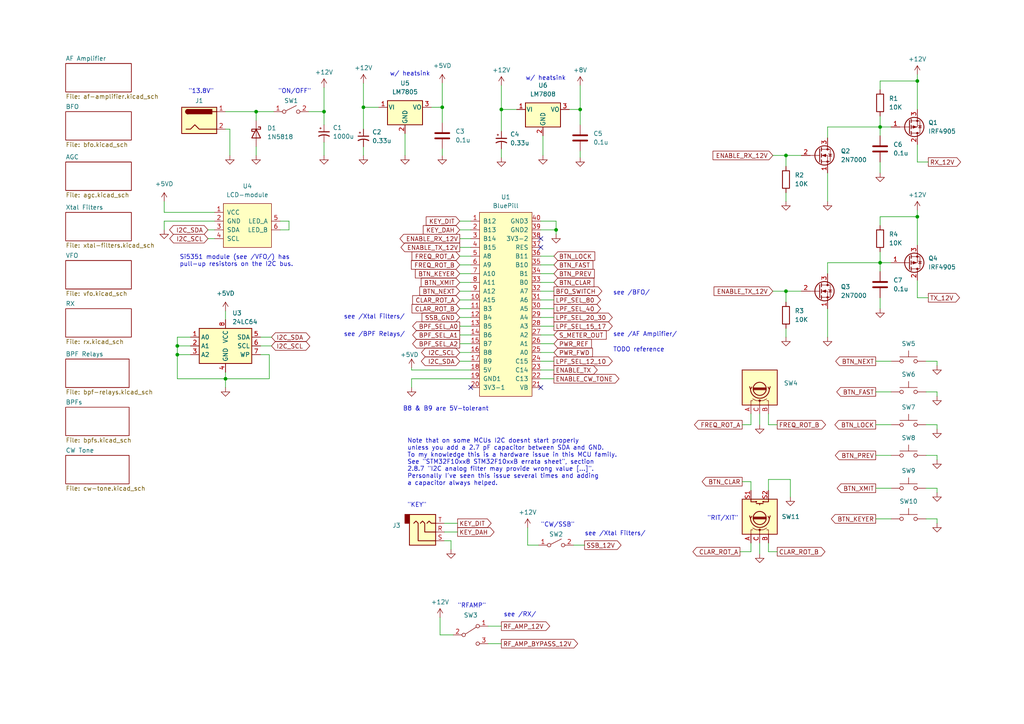
<source format=kicad_sch>
(kicad_sch (version 20230121) (generator eeschema)
  (paper "A4")
  (lib_symbols
    (symbol "Connector:Barrel_Jack" (pin_names (offset 1.016))
      (property "Reference" "J" (at 0 5.334 0))
      (property "Value" "Barrel_Jack" (at 0 -5.08 0))
      (symbol "Barrel_Jack_0_1"
        (rectangle (start -5.08 3.81) (end 5.08 -3.81) (stroke (width 0.254)) (fill (type background)))
        (arc (start -3.302 3.175) (mid -3.9343 2.54) (end -3.302 1.905) (stroke (width 0.254)))
        (arc (start -3.302 3.175) (mid -3.9343 2.54) (end -3.302 1.905) (stroke (width 0.254)) (fill (type outline)))
        (polyline (pts (xy 5.08 2.54) (xy 3.81 2.54)) (stroke (width 0.254)))
        (polyline (pts (xy -3.81 -2.54) (xy -2.54 -2.54) (xy -1.27 -1.27) (xy 0 -2.54) (xy 2.54 -2.54) (xy 5.08 -2.54)) (stroke (width 0.254)))
        (rectangle (start 3.683 3.175) (end -3.302 1.905) (stroke (width 0.254)) (fill (type outline)))
      )
      (symbol "Barrel_Jack_1_1"
        (pin passive line (at 7.62 2.54 180) (length 2.54) (name "~") (number "1"))
        (pin passive line (at 7.62 -2.54 180) (length 2.54) (name "~") (number "2"))
      )
    )
    (symbol "Connector_Audio:AudioJack3"
      (property "Reference" "J" (at 0 8.89 0))
      (property "Value" "AudioJack3" (at 0 6.35 0))
      (symbol "AudioJack3_0_1"
        (rectangle (start -5.08 -5.08) (end -6.35 -2.54) (stroke (width 0.254)) (fill (type outline)))
        (polyline (pts (xy 0 -2.54) (xy 0.635 -3.175) (xy 1.27 -2.54) (xy 2.54 -2.54)) (stroke (width 0.254)))
        (polyline (pts (xy -1.905 -2.54) (xy -1.27 -3.175) (xy -0.635 -2.54) (xy -0.635 0) (xy 2.54 0)) (stroke (width 0.254)))
        (polyline (pts (xy 2.54 2.54) (xy -2.54 2.54) (xy -2.54 -2.54) (xy -3.175 -3.175) (xy -3.81 -2.54)) (stroke (width 0.254)))
        (rectangle (start 2.54 3.81) (end -5.08 -5.08) (stroke (width 0.254)) (fill (type background)))
      )
      (symbol "AudioJack3_1_1"
        (pin passive line (at 5.08 0 180) (length 2.54) (name "~") (number "R"))
        (pin passive line (at 5.08 2.54 180) (length 2.54) (name "~") (number "S"))
        (pin passive line (at 5.08 -2.54 180) (length 2.54) (name "~") (number "T"))
      )
    )
    (symbol "Device:C" (pin_numbers hide) (pin_names (offset 0.254))
      (property "Reference" "C" (at 0.635 2.54 0))
      (property "Value" "C" (at 0.635 -2.54 0))
      (symbol "C_0_1"
        (polyline (pts (xy -2.032 -0.762) (xy 2.032 -0.762)) (stroke (width 0.508)))
        (polyline (pts (xy -2.032 0.762) (xy 2.032 0.762)) (stroke (width 0.508)))
      )
      (symbol "C_1_1"
        (pin passive line (at 0 3.81 270) (length 2.794) (name "~") (number "1"))
        (pin passive line (at 0 -3.81 90) (length 2.794) (name "~") (number "2"))
      )
    )
    (symbol "Device:C_Polarized_Small_US" (pin_numbers hide) (pin_names (offset 0.254) hide)
      (property "Reference" "C" (at 0.254 1.778 0))
      (property "Value" "C_Polarized_Small_US" (at 0.254 -2.032 0))
      (symbol "C_Polarized_Small_US_0_1"
        (polyline (pts (xy -1.524 0.508) (xy 1.524 0.508)) (stroke (width 0.3048)))
        (polyline (pts (xy -1.27 1.524) (xy -0.762 1.524)))
        (polyline (pts (xy -1.016 1.27) (xy -1.016 1.778)))
        (arc (start 1.524 -0.762) (mid 0 -0.3734) (end -1.524 -0.762) (stroke (width 0.3048)))
      )
      (symbol "C_Polarized_Small_US_1_1"
        (pin passive line (at 0 2.54 270) (length 2.032) (name "~") (number "1"))
        (pin passive line (at 0 -2.54 90) (length 2.032) (name "~") (number "2"))
      )
    )
    (symbol "Device:R" (pin_numbers hide) (pin_names (offset 0))
      (property "Reference" "R" (at 2.032 0 90))
      (property "Value" "R" (at 0 0 90))
      (symbol "R_0_1"
        (rectangle (start -1.016 -2.54) (end 1.016 2.54) (stroke (width 0.254)))
      )
      (symbol "R_1_1"
        (pin passive line (at 0 3.81 270) (length 1.27) (name "~") (number "1"))
        (pin passive line (at 0 -3.81 90) (length 1.27) (name "~") (number "2"))
      )
    )
    (symbol "Device:RotaryEncoder" (pin_names (offset 0.254) hide)
      (property "Reference" "SW" (at 0 6.604 0))
      (property "Value" "RotaryEncoder" (at 0 -6.604 0))
      (symbol "RotaryEncoder_0_1"
        (rectangle (start -5.08 5.08) (end 5.08 -5.08) (stroke (width 0.254)) (fill (type background)))
        (circle (center -3.81 0) (radius 0.254) (fill (type outline)))
        (circle (center -0.381 0) (radius 1.905) (stroke (width 0.254)))
        (arc (start -0.381 2.667) (mid -3.0988 -0.0635) (end -0.381 -2.794) (stroke (width 0.254)))
        (polyline (pts (xy -0.635 -1.778) (xy -0.635 1.778)) (stroke (width 0.254)))
        (polyline (pts (xy -0.381 -1.778) (xy -0.381 1.778)) (stroke (width 0.254)))
        (polyline (pts (xy -0.127 1.778) (xy -0.127 -1.778)) (stroke (width 0.254)))
        (polyline (pts (xy -5.08 -2.54) (xy -3.81 -2.54) (xy -3.81 -2.032)))
        (polyline (pts (xy -5.08 2.54) (xy -3.81 2.54) (xy -3.81 2.032)))
        (polyline (pts (xy 0.254 -3.048) (xy -0.508 -2.794) (xy 0.127 -2.413)) (stroke (width 0.254)))
        (polyline (pts (xy 0.254 2.921) (xy -0.508 2.667) (xy 0.127 2.286)) (stroke (width 0.254)))
        (polyline (pts (xy -5.08 0) (xy -3.81 0) (xy -3.81 -1.016) (xy -3.302 -2.032)))
        (polyline (pts (xy -4.318 0) (xy -3.81 0) (xy -3.81 1.016) (xy -3.302 2.032)))
      )
      (symbol "RotaryEncoder_1_1"
        (pin passive line (at -7.62 2.54 0) (length 2.54) (name "A") (number "A"))
        (pin passive line (at -7.62 -2.54 0) (length 2.54) (name "B") (number "B"))
        (pin passive line (at -7.62 0 0) (length 2.54) (name "C") (number "C"))
      )
    )
    (symbol "Device:RotaryEncoder_Switch" (pin_names (offset 0.254) hide)
      (property "Reference" "SW" (at 0 6.604 0))
      (property "Value" "RotaryEncoder_Switch" (at 0 -6.604 0))
      (symbol "RotaryEncoder_Switch_0_1"
        (rectangle (start -5.08 5.08) (end 5.08 -5.08) (stroke (width 0.254)) (fill (type background)))
        (circle (center -3.81 0) (radius 0.254) (fill (type outline)))
        (circle (center -0.381 0) (radius 1.905) (stroke (width 0.254)))
        (arc (start -0.381 2.667) (mid -3.0988 -0.0635) (end -0.381 -2.794) (stroke (width 0.254)))
        (polyline (pts (xy -0.635 -1.778) (xy -0.635 1.778)) (stroke (width 0.254)))
        (polyline (pts (xy -0.381 -1.778) (xy -0.381 1.778)) (stroke (width 0.254)))
        (polyline (pts (xy -0.127 1.778) (xy -0.127 -1.778)) (stroke (width 0.254)))
        (polyline (pts (xy 3.81 0) (xy 3.429 0)) (stroke (width 0.254)))
        (polyline (pts (xy 3.81 1.016) (xy 3.81 -1.016)) (stroke (width 0.254)))
        (polyline (pts (xy -5.08 -2.54) (xy -3.81 -2.54) (xy -3.81 -2.032)))
        (polyline (pts (xy -5.08 2.54) (xy -3.81 2.54) (xy -3.81 2.032)))
        (polyline (pts (xy 0.254 -3.048) (xy -0.508 -2.794) (xy 0.127 -2.413)) (stroke (width 0.254)))
        (polyline (pts (xy 0.254 2.921) (xy -0.508 2.667) (xy 0.127 2.286)) (stroke (width 0.254)))
        (polyline (pts (xy 5.08 -2.54) (xy 4.318 -2.54) (xy 4.318 -1.016)) (stroke (width 0.254)))
        (polyline (pts (xy 5.08 2.54) (xy 4.318 2.54) (xy 4.318 1.016)) (stroke (width 0.254)))
        (polyline (pts (xy -5.08 0) (xy -3.81 0) (xy -3.81 -1.016) (xy -3.302 -2.032)))
        (polyline (pts (xy -4.318 0) (xy -3.81 0) (xy -3.81 1.016) (xy -3.302 2.032)))
        (circle (center 4.318 -1.016) (radius 0.127) (stroke (width 0.254)))
        (circle (center 4.318 1.016) (radius 0.127) (stroke (width 0.254)))
      )
      (symbol "RotaryEncoder_Switch_1_1"
        (pin passive line (at -7.62 2.54 0) (length 2.54) (name "A") (number "A"))
        (pin passive line (at -7.62 -2.54 0) (length 2.54) (name "B") (number "B"))
        (pin passive line (at -7.62 0 0) (length 2.54) (name "C") (number "C"))
        (pin passive line (at 7.62 2.54 180) (length 2.54) (name "S1") (number "S1"))
        (pin passive line (at 7.62 -2.54 180) (length 2.54) (name "S2") (number "S2"))
      )
    )
    (symbol "Diode:1N5818" (pin_numbers hide) (pin_names (offset 1.016) hide)
      (property "Reference" "D" (at 0 2.54 0))
      (property "Value" "1N5818" (at 0 -2.54 0))
      (symbol "1N5818_0_1"
        (polyline (pts (xy 1.27 0) (xy -1.27 0)))
        (polyline (pts (xy 1.27 1.27) (xy 1.27 -1.27) (xy -1.27 0) (xy 1.27 1.27)) (stroke (width 0.254)))
        (polyline (pts (xy -1.905 0.635) (xy -1.905 1.27) (xy -1.27 1.27) (xy -1.27 -1.27) (xy -0.635 -1.27) (xy -0.635 -0.635)) (stroke (width 0.254)))
      )
      (symbol "1N5818_1_1"
        (pin passive line (at -3.81 0 0) (length 2.54) (name "K") (number "1"))
        (pin passive line (at 3.81 0 180) (length 2.54) (name "A") (number "2"))
      )
    )
    (symbol "Memory_EEPROM:24LC64"
      (property "Reference" "U" (at -6.35 6.35 0))
      (property "Value" "24LC64" (at 1.27 6.35 0))
      (symbol "24LC64_1_1"
        (rectangle (start -7.62 5.08) (end 7.62 -5.08) (stroke (width 0.254)) (fill (type background)))
        (pin input line (at -10.16 2.54 0) (length 2.54) (name "A0") (number "1"))
        (pin input line (at -10.16 0 0) (length 2.54) (name "A1") (number "2"))
        (pin input line (at -10.16 -2.54 0) (length 2.54) (name "A2") (number "3"))
        (pin power_in line (at 0 -7.62 90) (length 2.54) (name "GND") (number "4"))
        (pin bidirectional line (at 10.16 2.54 180) (length 2.54) (name "SDA") (number "5"))
        (pin input line (at 10.16 0 180) (length 2.54) (name "SCL") (number "6"))
        (pin input line (at 10.16 -2.54 180) (length 2.54) (name "WP") (number "7"))
        (pin power_in line (at 0 7.62 270) (length 2.54) (name "VCC") (number "8"))
      )
    )
    (symbol "My Library:BluePill" (pin_names (offset 1.016))
      (property "Reference" "U" (at 0 0 0))
      (property "Value" "BluePill" (at 0 2.54 0))
      (symbol "BluePill_0_1"
        (rectangle (start -7.62 -5.08) (end 7.62 -58.42) (fill (type background)))
      )
      (symbol "BluePill_1_1"
        (pin bidirectional line (at -10.16 -7.62 0) (length 2.54) (name "B12") (number "1"))
        (pin bidirectional line (at -10.16 -30.48 0) (length 2.54) (name "A15") (number "10"))
        (pin bidirectional line (at -10.16 -33.02 0) (length 2.54) (name "B3") (number "11"))
        (pin bidirectional line (at -10.16 -35.56 0) (length 2.54) (name "B4") (number "12"))
        (pin bidirectional line (at -10.16 -38.1 0) (length 2.54) (name "B5") (number "13"))
        (pin bidirectional line (at -10.16 -40.64 0) (length 2.54) (name "B6") (number "14"))
        (pin bidirectional line (at -10.16 -43.18 0) (length 2.54) (name "B7") (number "15"))
        (pin bidirectional line (at -10.16 -45.72 0) (length 2.54) (name "B8") (number "16"))
        (pin bidirectional line (at -10.16 -48.26 0) (length 2.54) (name "B9") (number "17"))
        (pin power_in line (at -10.16 -50.8 0) (length 2.54) (name "5V") (number "18"))
        (pin power_in line (at -10.16 -53.34 0) (length 2.54) (name "GND1") (number "19"))
        (pin bidirectional line (at -10.16 -10.16 0) (length 2.54) (name "B13") (number "2"))
        (pin output line (at -10.16 -55.88 0) (length 2.54) (name "3V3-1") (number "20"))
        (pin bidirectional line (at 10.16 -55.88 180) (length 2.54) (name "VB") (number "21"))
        (pin bidirectional line (at 10.16 -53.34 180) (length 2.54) (name "C13") (number "22"))
        (pin bidirectional line (at 10.16 -50.8 180) (length 2.54) (name "C14") (number "23"))
        (pin bidirectional line (at 10.16 -48.26 180) (length 2.54) (name "C15") (number "24"))
        (pin bidirectional line (at 10.16 -45.72 180) (length 2.54) (name "A0") (number "25"))
        (pin bidirectional line (at 10.16 -43.18 180) (length 2.54) (name "A1") (number "26"))
        (pin bidirectional line (at 10.16 -40.64 180) (length 2.54) (name "A2") (number "27"))
        (pin bidirectional line (at 10.16 -38.1 180) (length 2.54) (name "A3") (number "28"))
        (pin bidirectional line (at 10.16 -35.56 180) (length 2.54) (name "A4") (number "29"))
        (pin bidirectional line (at -10.16 -12.7 0) (length 2.54) (name "B14") (number "3"))
        (pin bidirectional line (at 10.16 -33.02 180) (length 2.54) (name "A5") (number "30"))
        (pin bidirectional line (at 10.16 -30.48 180) (length 2.54) (name "A6") (number "31"))
        (pin bidirectional line (at 10.16 -27.94 180) (length 2.54) (name "A7") (number "32"))
        (pin bidirectional line (at 10.16 -25.4 180) (length 2.54) (name "B0") (number "33"))
        (pin bidirectional line (at 10.16 -22.86 180) (length 2.54) (name "B1") (number "34"))
        (pin bidirectional line (at 10.16 -20.32 180) (length 2.54) (name "B10") (number "35"))
        (pin bidirectional line (at 10.16 -17.78 180) (length 2.54) (name "B11") (number "36"))
        (pin bidirectional line (at 10.16 -15.24 180) (length 2.54) (name "RES") (number "37"))
        (pin power_out line (at 10.16 -12.7 180) (length 2.54) (name "3V3-2") (number "38"))
        (pin power_in line (at 10.16 -10.16 180) (length 2.54) (name "GND2") (number "39"))
        (pin bidirectional line (at -10.16 -15.24 0) (length 2.54) (name "B15") (number "4"))
        (pin power_in line (at 10.16 -7.62 180) (length 2.54) (name "GND3") (number "40"))
        (pin bidirectional line (at -10.16 -17.78 0) (length 2.54) (name "A8") (number "5"))
        (pin bidirectional line (at -10.16 -20.32 0) (length 2.54) (name "A9") (number "6"))
        (pin bidirectional line (at -10.16 -22.86 0) (length 2.54) (name "A10") (number "7"))
        (pin bidirectional line (at -10.16 -25.4 0) (length 2.54) (name "A11") (number "8"))
        (pin bidirectional line (at -10.16 -27.94 0) (length 2.54) (name "A12") (number "9"))
      )
    )
    (symbol "My Library:LCD-module" (pin_names (offset 1.016))
      (property "Reference" "U" (at 0 0 0))
      (property "Value" "LCD-module" (at 0 2.54 0))
      (symbol "LCD-module_0_1"
        (rectangle (start -6.35 -1.27) (end 7.62 -13.97) (fill (type background)))
      )
      (symbol "LCD-module_1_1"
        (pin power_in line (at -8.89 -3.81 0) (length 2.54) (name "VCC") (number "1"))
        (pin power_in line (at -8.89 -6.35 0) (length 2.54) (name "GND") (number "2"))
        (pin bidirectional line (at -8.89 -8.89 0) (length 2.54) (name "SDA") (number "3"))
        (pin bidirectional line (at -8.89 -11.43 0) (length 2.54) (name "SCL") (number "4"))
        (pin bidirectional line (at 10.16 -6.35 180) (length 2.54) (name "LED_A") (number "5"))
        (pin bidirectional line (at 10.16 -8.89 180) (length 2.54) (name "LED_B") (number "6"))
      )
    )
    (symbol "Regulator_Linear:LM7805_TO220" (pin_names (offset 0.254))
      (property "Reference" "U" (at -3.81 3.175 0))
      (property "Value" "LM7805_TO220" (at 0 3.175 0))
      (symbol "LM7805_TO220_0_1"
        (rectangle (start -5.08 1.905) (end 5.08 -5.08) (stroke (width 0.254)) (fill (type background)))
      )
      (symbol "LM7805_TO220_1_1"
        (pin power_in line (at -7.62 0 0) (length 2.54) (name "VI") (number "1"))
        (pin power_in line (at 0 -7.62 90) (length 2.54) (name "GND") (number "2"))
        (pin power_out line (at 7.62 0 180) (length 2.54) (name "VO") (number "3"))
      )
    )
    (symbol "Regulator_Linear:LM7808_TO220" (pin_names (offset 0.254))
      (property "Reference" "U" (at -3.81 3.175 0))
      (property "Value" "LM7808_TO220" (at 0 3.175 0))
      (symbol "LM7808_TO220_0_1"
        (rectangle (start -5.08 1.905) (end 5.08 -5.08) (stroke (width 0.254)) (fill (type background)))
      )
      (symbol "LM7808_TO220_1_1"
        (pin power_in line (at -7.62 0 0) (length 2.54) (name "VI") (number "1"))
        (pin power_in line (at 0 -7.62 90) (length 2.54) (name "GND") (number "2"))
        (pin power_out line (at 7.62 0 180) (length 2.54) (name "VO") (number "3"))
      )
    )
    (symbol "Switch:SW_Push" (pin_numbers hide) (pin_names (offset 1.016) hide)
      (property "Reference" "SW" (at 1.27 2.54 0))
      (property "Value" "SW_Push" (at 0 -1.524 0))
      (symbol "SW_Push_0_1"
        (circle (center -2.032 0) (radius 0.508))
        (polyline (pts (xy 0 1.27) (xy 0 3.048)))
        (polyline (pts (xy 2.54 1.27) (xy -2.54 1.27)))
        (circle (center 2.032 0) (radius 0.508))
        (pin passive line (at -5.08 0 0) (length 2.54) (name "1") (number "1"))
        (pin passive line (at 5.08 0 180) (length 2.54) (name "2") (number "2"))
      )
    )
    (symbol "Switch:SW_SPDT" (pin_names (offset 0) hide)
      (property "Reference" "SW" (at 0 4.318 0))
      (property "Value" "SW_SPDT" (at 0 -5.08 0))
      (symbol "SW_SPDT_0_0"
        (circle (center -2.032 0) (radius 0.508))
        (circle (center 2.032 -2.54) (radius 0.508))
      )
      (symbol "SW_SPDT_0_1"
        (polyline (pts (xy -1.524 0.254) (xy 1.651 2.286)))
        (circle (center 2.032 2.54) (radius 0.508))
      )
      (symbol "SW_SPDT_1_1"
        (pin passive line (at 5.08 2.54 180) (length 2.54) (name "A") (number "1"))
        (pin passive line (at -5.08 0 0) (length 2.54) (name "B") (number "2"))
        (pin passive line (at 5.08 -2.54 180) (length 2.54) (name "C") (number "3"))
      )
    )
    (symbol "Switch:SW_SPST" (pin_names (offset 0) hide)
      (property "Reference" "SW" (at 0 3.175 0))
      (property "Value" "SW_SPST" (at 0 -2.54 0))
      (symbol "SW_SPST_0_0"
        (circle (center -2.032 0) (radius 0.508))
        (polyline (pts (xy -1.524 0.254) (xy 1.524 1.778)))
        (circle (center 2.032 0) (radius 0.508))
      )
      (symbol "SW_SPST_1_1"
        (pin passive line (at -5.08 0 0) (length 2.54) (name "A") (number "1"))
        (pin passive line (at 5.08 0 180) (length 2.54) (name "B") (number "2"))
      )
    )
    (symbol "Transistor_FET:2N7000" (pin_names hide)
      (property "Reference" "Q" (at 5.08 1.905 0))
      (property "Value" "2N7000" (at 5.08 0 0))
      (symbol "2N7000_0_1"
        (polyline (pts (xy 0.254 0) (xy -2.54 0)))
        (polyline (pts (xy 0.254 1.905) (xy 0.254 -1.905)) (stroke (width 0.254)))
        (polyline (pts (xy 0.762 -1.27) (xy 0.762 -2.286)) (stroke (width 0.254)))
        (polyline (pts (xy 0.762 0.508) (xy 0.762 -0.508)) (stroke (width 0.254)))
        (polyline (pts (xy 0.762 2.286) (xy 0.762 1.27)) (stroke (width 0.254)))
        (polyline (pts (xy 2.54 2.54) (xy 2.54 1.778)))
        (polyline (pts (xy 2.54 -2.54) (xy 2.54 0) (xy 0.762 0)))
        (polyline (pts (xy 0.762 -1.778) (xy 3.302 -1.778) (xy 3.302 1.778) (xy 0.762 1.778)))
        (polyline (pts (xy 1.016 0) (xy 2.032 0.381) (xy 2.032 -0.381) (xy 1.016 0)) (fill (type outline)))
        (polyline (pts (xy 2.794 0.508) (xy 2.921 0.381) (xy 3.683 0.381) (xy 3.81 0.254)))
        (polyline (pts (xy 3.302 0.381) (xy 2.921 -0.254) (xy 3.683 -0.254) (xy 3.302 0.381)))
        (circle (center 1.651 0) (radius 2.794) (stroke (width 0.254)))
        (circle (center 2.54 -1.778) (radius 0.254) (fill (type outline)))
        (circle (center 2.54 1.778) (radius 0.254) (fill (type outline)))
      )
      (symbol "2N7000_1_1"
        (pin passive line (at 2.54 -5.08 90) (length 2.54) (name "S") (number "1"))
        (pin input line (at -5.08 0 0) (length 2.54) (name "G") (number "2"))
        (pin passive line (at 2.54 5.08 270) (length 2.54) (name "D") (number "3"))
      )
    )
    (symbol "Transistor_FET:IRF4905" (pin_names hide)
      (property "Reference" "Q" (at 5.08 1.905 0))
      (property "Value" "IRF4905" (at 5.08 0 0))
      (symbol "IRF4905_0_1"
        (polyline (pts (xy 0.254 0) (xy -2.54 0)))
        (polyline (pts (xy 0.254 1.905) (xy 0.254 -1.905)) (stroke (width 0.254)))
        (polyline (pts (xy 0.762 -1.27) (xy 0.762 -2.286)) (stroke (width 0.254)))
        (polyline (pts (xy 0.762 0.508) (xy 0.762 -0.508)) (stroke (width 0.254)))
        (polyline (pts (xy 0.762 2.286) (xy 0.762 1.27)) (stroke (width 0.254)))
        (polyline (pts (xy 2.54 2.54) (xy 2.54 1.778)))
        (polyline (pts (xy 2.54 -2.54) (xy 2.54 0) (xy 0.762 0)))
        (polyline (pts (xy 0.762 1.778) (xy 3.302 1.778) (xy 3.302 -1.778) (xy 0.762 -1.778)))
        (polyline (pts (xy 2.286 0) (xy 1.27 0.381) (xy 1.27 -0.381) (xy 2.286 0)) (fill (type outline)))
        (polyline (pts (xy 2.794 -0.508) (xy 2.921 -0.381) (xy 3.683 -0.381) (xy 3.81 -0.254)))
        (polyline (pts (xy 3.302 -0.381) (xy 2.921 0.254) (xy 3.683 0.254) (xy 3.302 -0.381)))
        (circle (center 1.651 0) (radius 2.794) (stroke (width 0.254)))
        (circle (center 2.54 -1.778) (radius 0.254) (fill (type outline)))
        (circle (center 2.54 1.778) (radius 0.254) (fill (type outline)))
      )
      (symbol "IRF4905_1_1"
        (pin input line (at -5.08 0 0) (length 2.54) (name "G") (number "1"))
        (pin passive line (at 2.54 5.08 270) (length 2.54) (name "D") (number "2"))
        (pin passive line (at 2.54 -5.08 90) (length 2.54) (name "S") (number "3"))
      )
    )
    (symbol "power:+12V" (power) (pin_names (offset 0))
      (property "Value" "+12V" (at 0 3.556 0))
      (symbol "+12V_0_1"
        (polyline (pts (xy -0.762 1.27) (xy 0 2.54)))
        (polyline (pts (xy 0 0) (xy 0 2.54)))
        (polyline (pts (xy 0 2.54) (xy 0.762 1.27)))
      )
      (symbol "+12V_1_1"
        (pin power_in line (at 0 0 90) (length 0) hide (name "+12V") (number "1"))
      )
    )
    (symbol "power:+5VD" (power) (pin_names (offset 0))
      (property "Value" "+5VD" (at 0 3.556 0))
      (symbol "+5VD_0_1"
        (polyline (pts (xy -0.762 1.27) (xy 0 2.54)))
        (polyline (pts (xy 0 0) (xy 0 2.54)))
        (polyline (pts (xy 0 2.54) (xy 0.762 1.27)))
      )
      (symbol "+5VD_1_1"
        (pin power_in line (at 0 0 90) (length 0) hide (name "+5VD") (number "1"))
      )
    )
    (symbol "power:+8V" (power) (pin_names (offset 0))
      (property "Value" "+8V" (at 0 3.556 0))
      (symbol "+8V_0_1"
        (polyline (pts (xy -0.762 1.27) (xy 0 2.54)))
        (polyline (pts (xy 0 0) (xy 0 2.54)))
        (polyline (pts (xy 0 2.54) (xy 0.762 1.27)))
      )
      (symbol "+8V_1_1"
        (pin power_in line (at 0 0 90) (length 0) hide (name "+8V") (number "1"))
      )
    )
    (symbol "power:GND" (power) (pin_names (offset 0))
      (property "Value" "GND" (at 0 -3.81 0))
      (symbol "GND_0_1"
        (polyline (pts (xy 0 0) (xy 0 -1.27) (xy 1.27 -1.27) (xy 0 -2.54) (xy -1.27 -1.27) (xy 0 -1.27)))
      )
      (symbol "GND_1_1"
        (pin power_in line (at 0 0 270) (length 0) hide (name "GND") (number "1"))
      )
    )
  )
  (junction (at 255.27 36.83))
  (junction (at 51.435 102.87))
  (junction (at 161.29 66.675))
  (junction (at 266.065 62.865))
  (junction (at 168.275 31.75))
  (junction (at 74.295 32.385))
  (junction (at 255.27 76.2))
  (junction (at 128.27 31.115))
  (junction (at 227.965 45.085))
  (junction (at 65.405 109.855))
  (junction (at 51.435 100.33))
  (junction (at 93.98 32.385))
  (junction (at 227.965 84.455))
  (junction (at 105.41 31.115))
  (junction (at 266.065 23.495))
  (junction (at 145.415 31.75))
  (no_connect (at 156.845 71.755))
  (no_connect (at 156.845 69.215))
  (no_connect (at 136.525 112.395))
  (no_connect (at 156.845 112.395))
  (wire (pts (xy 227.965 48.26) (xy 227.965 45.085)))
  (wire (pts (xy 268.605 132.08) (xy 271.78 132.08)))
  (wire (pts (xy 224.155 84.455) (xy 227.965 84.455)))
  (wire (pts (xy 93.98 32.385) (xy 93.98 36.195)))
  (wire (pts (xy 133.35 81.915) (xy 136.525 81.915)))
  (wire (pts (xy 255.27 36.83) (xy 258.445 36.83)))
  (wire (pts (xy 156.845 104.775) (xy 160.655 104.775)))
  (wire (pts (xy 51.435 102.87) (xy 55.245 102.87)))
  (wire (pts (xy 133.35 84.455) (xy 136.525 84.455)))
  (wire (pts (xy 128.27 31.115) (xy 128.27 35.56)))
  (wire (pts (xy 240.03 79.375) (xy 240.03 76.2)))
  (wire (pts (xy 65.405 109.855) (xy 65.405 112.395)))
  (wire (pts (xy 156.845 99.695) (xy 160.655 99.695)))
  (wire (pts (xy 161.29 64.135) (xy 156.845 64.135)))
  (wire (pts (xy 156.845 102.235) (xy 160.655 102.235)))
  (wire (pts (xy 225.425 123.19) (xy 222.885 123.19)))
  (wire (pts (xy 214.63 160.02) (xy 217.805 160.02)))
  (wire (pts (xy 65.405 109.855) (xy 51.435 109.855)))
  (wire (pts (xy 145.415 43.18) (xy 145.415 45.72)))
  (wire (pts (xy 240.03 76.2) (xy 255.27 76.2)))
  (wire (pts (xy 89.535 32.385) (xy 93.98 32.385)))
  (wire (pts (xy 156.845 109.855) (xy 160.655 109.855)))
  (wire (pts (xy 145.415 31.75) (xy 149.86 31.75)))
  (wire (pts (xy 133.35 64.135) (xy 136.525 64.135)))
  (wire (pts (xy 255.27 65.405) (xy 255.27 62.865)))
  (wire (pts (xy 145.415 24.765) (xy 145.415 31.75)))
  (wire (pts (xy 66.675 45.085) (xy 66.675 37.465)))
  (wire (pts (xy 217.805 123.19) (xy 217.805 120.015)))
  (wire (pts (xy 128.905 151.765) (xy 132.715 151.765)))
  (wire (pts (xy 105.41 31.115) (xy 109.855 31.115)))
  (wire (pts (xy 119.38 109.855) (xy 136.525 109.855)))
  (wire (pts (xy 271.78 132.08) (xy 271.78 133.35)))
  (wire (pts (xy 65.405 32.385) (xy 74.295 32.385)))
  (wire (pts (xy 74.295 32.385) (xy 74.295 34.925)))
  (wire (pts (xy 271.78 150.495) (xy 271.78 151.765)))
  (wire (pts (xy 156.845 81.915) (xy 160.655 81.915)))
  (wire (pts (xy 47.625 58.42) (xy 47.625 61.595)))
  (wire (pts (xy 271.78 123.19) (xy 271.78 124.46)))
  (wire (pts (xy 153.035 158.115) (xy 153.035 153.035)))
  (wire (pts (xy 130.81 159.385) (xy 130.81 156.845)))
  (wire (pts (xy 105.41 42.545) (xy 105.41 45.085)))
  (wire (pts (xy 255.27 26.035) (xy 255.27 23.495)))
  (wire (pts (xy 255.27 33.655) (xy 255.27 36.83)))
  (wire (pts (xy 130.81 156.845) (xy 128.905 156.845)))
  (wire (pts (xy 156.845 79.375) (xy 160.655 79.375)))
  (wire (pts (xy 227.965 45.085) (xy 232.41 45.085)))
  (wire (pts (xy 133.35 76.835) (xy 136.525 76.835)))
  (wire (pts (xy 133.35 71.755) (xy 136.525 71.755)))
  (wire (pts (xy 266.065 86.36) (xy 269.24 86.36)))
  (wire (pts (xy 217.805 160.02) (xy 217.805 157.48)))
  (wire (pts (xy 60.325 66.675) (xy 62.23 66.675)))
  (wire (pts (xy 78.105 102.87) (xy 75.565 102.87)))
  (wire (pts (xy 240.03 50.165) (xy 240.03 58.42)))
  (wire (pts (xy 255.27 62.865) (xy 266.065 62.865)))
  (wire (pts (xy 266.065 62.865) (xy 266.065 71.12)))
  (wire (pts (xy 47.625 64.135) (xy 62.23 64.135)))
  (wire (pts (xy 268.605 104.775) (xy 271.78 104.775)))
  (wire (pts (xy 119.38 106.68) (xy 119.38 107.315)))
  (wire (pts (xy 65.405 109.855) (xy 78.105 109.855)))
  (wire (pts (xy 268.605 141.605) (xy 271.78 141.605)))
  (wire (pts (xy 47.625 66.675) (xy 47.625 64.135)))
  (wire (pts (xy 51.435 100.33) (xy 51.435 97.79)))
  (wire (pts (xy 254 104.775) (xy 258.445 104.775)))
  (wire (pts (xy 128.27 31.115) (xy 128.27 24.13)))
  (wire (pts (xy 222.885 139.065) (xy 229.235 139.065)))
  (wire (pts (xy 51.435 102.87) (xy 51.435 100.33)))
  (wire (pts (xy 156.845 74.295) (xy 160.655 74.295)))
  (wire (pts (xy 166.37 158.115) (xy 169.545 158.115)))
  (wire (pts (xy 133.35 69.215) (xy 136.525 69.215)))
  (wire (pts (xy 266.065 21.59) (xy 266.065 23.495)))
  (wire (pts (xy 271.78 141.605) (xy 271.78 142.875)))
  (wire (pts (xy 141.605 186.69) (xy 145.415 186.69)))
  (wire (pts (xy 266.065 23.495) (xy 266.065 31.75)))
  (wire (pts (xy 133.35 74.295) (xy 136.525 74.295)))
  (wire (pts (xy 75.565 100.33) (xy 78.74 100.33)))
  (wire (pts (xy 47.625 61.595) (xy 62.23 61.595)))
  (wire (pts (xy 133.35 104.775) (xy 136.525 104.775)))
  (wire (pts (xy 105.41 24.13) (xy 105.41 31.115)))
  (wire (pts (xy 133.35 102.235) (xy 136.525 102.235)))
  (wire (pts (xy 271.78 104.775) (xy 271.78 106.045)))
  (wire (pts (xy 271.78 113.665) (xy 271.78 114.935)))
  (wire (pts (xy 75.565 97.79) (xy 78.74 97.79)))
  (wire (pts (xy 156.845 97.155) (xy 160.655 97.155)))
  (wire (pts (xy 74.295 42.545) (xy 74.295 45.085)))
  (wire (pts (xy 215.265 139.7) (xy 217.805 139.7)))
  (wire (pts (xy 156.845 66.675) (xy 161.29 66.675)))
  (wire (pts (xy 127.635 184.15) (xy 131.445 184.15)))
  (wire (pts (xy 81.28 64.135) (xy 83.82 64.135)))
  (wire (pts (xy 222.885 123.19) (xy 222.885 120.015)))
  (wire (pts (xy 65.405 90.17) (xy 65.405 92.71)))
  (wire (pts (xy 133.35 94.615) (xy 136.525 94.615)))
  (wire (pts (xy 133.35 97.155) (xy 136.525 97.155)))
  (wire (pts (xy 217.805 139.7) (xy 217.805 142.24)))
  (wire (pts (xy 254 132.08) (xy 258.445 132.08)))
  (wire (pts (xy 165.1 31.75) (xy 168.275 31.75)))
  (wire (pts (xy 83.82 64.135) (xy 83.82 66.675)))
  (wire (pts (xy 133.35 92.075) (xy 136.525 92.075)))
  (wire (pts (xy 255.27 76.2) (xy 258.445 76.2)))
  (wire (pts (xy 266.065 46.99) (xy 269.24 46.99)))
  (wire (pts (xy 145.415 31.75) (xy 145.415 38.1)))
  (wire (pts (xy 254 150.495) (xy 258.445 150.495)))
  (wire (pts (xy 254 113.665) (xy 258.445 113.665)))
  (wire (pts (xy 157.48 39.37) (xy 157.48 45.085)))
  (wire (pts (xy 74.295 32.385) (xy 79.375 32.385)))
  (wire (pts (xy 127.635 179.07) (xy 127.635 184.15)))
  (wire (pts (xy 133.35 89.535) (xy 136.525 89.535)))
  (wire (pts (xy 156.845 86.995) (xy 160.655 86.995)))
  (wire (pts (xy 156.845 107.315) (xy 160.655 107.315)))
  (wire (pts (xy 161.29 66.675) (xy 161.29 64.135)))
  (wire (pts (xy 255.27 73.025) (xy 255.27 76.2)))
  (wire (pts (xy 133.35 66.675) (xy 136.525 66.675)))
  (wire (pts (xy 51.435 100.33) (xy 55.245 100.33)))
  (wire (pts (xy 105.41 31.115) (xy 105.41 37.465)))
  (wire (pts (xy 65.405 107.95) (xy 65.405 109.855)))
  (wire (pts (xy 125.095 31.115) (xy 128.27 31.115)))
  (wire (pts (xy 255.27 23.495) (xy 266.065 23.495)))
  (wire (pts (xy 268.605 113.665) (xy 271.78 113.665)))
  (wire (pts (xy 60.325 69.215) (xy 62.23 69.215)))
  (wire (pts (xy 227.965 87.63) (xy 227.965 84.455)))
  (wire (pts (xy 51.435 97.79) (xy 55.245 97.79)))
  (wire (pts (xy 220.345 120.015) (xy 220.345 123.19)))
  (wire (pts (xy 156.845 89.535) (xy 160.655 89.535)))
  (wire (pts (xy 133.35 99.695) (xy 136.525 99.695)))
  (wire (pts (xy 117.475 38.735) (xy 117.475 45.085)))
  (wire (pts (xy 93.98 25.4) (xy 93.98 32.385)))
  (wire (pts (xy 227.965 55.88) (xy 227.965 58.42)))
  (wire (pts (xy 254 123.19) (xy 258.445 123.19)))
  (wire (pts (xy 222.885 142.24) (xy 222.885 139.065)))
  (wire (pts (xy 240.03 36.83) (xy 255.27 36.83)))
  (wire (pts (xy 266.065 81.28) (xy 266.065 86.36)))
  (wire (pts (xy 229.235 139.065) (xy 229.235 144.145)))
  (wire (pts (xy 51.435 109.855) (xy 51.435 102.87)))
  (wire (pts (xy 215.265 123.19) (xy 217.805 123.19)))
  (wire (pts (xy 220.345 157.48) (xy 220.345 160.655)))
  (wire (pts (xy 224.155 45.085) (xy 227.965 45.085)))
  (wire (pts (xy 227.965 95.25) (xy 227.965 97.79)))
  (wire (pts (xy 255.27 36.83) (xy 255.27 39.37)))
  (wire (pts (xy 168.275 43.815) (xy 168.275 45.72)))
  (wire (pts (xy 255.27 76.2) (xy 255.27 78.74)))
  (wire (pts (xy 119.38 109.855) (xy 119.38 112.395)))
  (wire (pts (xy 168.275 31.75) (xy 168.275 24.765)))
  (wire (pts (xy 156.845 94.615) (xy 160.655 94.615)))
  (wire (pts (xy 268.605 150.495) (xy 271.78 150.495)))
  (wire (pts (xy 156.845 76.835) (xy 160.655 76.835)))
  (wire (pts (xy 119.38 107.315) (xy 136.525 107.315)))
  (wire (pts (xy 240.03 89.535) (xy 240.03 97.79)))
  (wire (pts (xy 227.965 84.455) (xy 232.41 84.455)))
  (wire (pts (xy 225.425 160.02) (xy 222.885 160.02)))
  (wire (pts (xy 222.885 160.02) (xy 222.885 157.48)))
  (wire (pts (xy 133.35 79.375) (xy 136.525 79.375)))
  (wire (pts (xy 168.275 31.75) (xy 168.275 36.195)))
  (wire (pts (xy 141.605 181.61) (xy 145.415 181.61)))
  (wire (pts (xy 161.29 67.945) (xy 161.29 66.675)))
  (wire (pts (xy 128.27 43.18) (xy 128.27 45.085)))
  (wire (pts (xy 156.845 92.075) (xy 160.655 92.075)))
  (wire (pts (xy 66.675 37.465) (xy 65.405 37.465)))
  (wire (pts (xy 268.605 123.19) (xy 271.78 123.19)))
  (wire (pts (xy 128.905 154.305) (xy 132.715 154.305)))
  (wire (pts (xy 254 141.605) (xy 258.445 141.605)))
  (wire (pts (xy 240.03 40.005) (xy 240.03 36.83)))
  (wire (pts (xy 156.845 84.455) (xy 160.655 84.455)))
  (wire (pts (xy 255.27 46.99) (xy 255.27 50.165)))
  (wire (pts (xy 78.105 109.855) (xy 78.105 102.87)))
  (wire (pts (xy 266.065 60.96) (xy 266.065 62.865)))
  (wire (pts (xy 93.98 41.275) (xy 93.98 45.085)))
  (wire (pts (xy 83.82 66.675) (xy 81.28 66.675)))
  (wire (pts (xy 266.065 41.91) (xy 266.065 46.99)))
  (wire (pts (xy 156.21 158.115) (xy 153.035 158.115)))
  (wire (pts (xy 133.35 86.995) (xy 136.525 86.995)))
  (wire (pts (xy 255.27 86.36) (xy 255.27 89.535)))
  (text "TODO reference" (at 177.8 102.235 0) (effects (font (size 1.27 1.27)) (justify left bottom)))
  (text "see /Xtal Filters/" (at 99.695 92.71 0) (effects (font (size 1.27 1.27)) (justify left bottom)))
  (text "\"13.8V\"" (at 54.61 27.305 0) (effects (font (size 1.27 1.27)) (justify left bottom)))
  (text "w/ heatsink" (at 152.4 23.495 0) (effects (font (size 1.27 1.27)) (justify left bottom)))
  (text "\"CW/SSB\"" (at 156.845 153.035 0) (effects (font (size 1.27 1.27)) (justify left bottom)))
  (text "see /AF Amplifier/" (at 177.8 97.79 0) (effects (font (size 1.27 1.27)) (justify left bottom)))
  (text "see /Xtal Filters/" (at 169.545 155.575 0) (effects (font (size 1.27 1.27)) (justify left bottom)))
  (text "\"RIT/XIT\"" (at 205.105 151.13 0) (effects (font (size 1.27 1.27)) (justify left bottom)))
  (text "\"RFAMP\"" (at 132.715 176.53 0) (effects (font (size 1.27 1.27)) (justify left bottom)))
  (text "B8 & B9 are 5V-tolerant" (at 116.84 119.38 0) (effects (font (size 1.27 1.27)) (justify left bottom)))
  (text "see /BFO/" (at 177.8 85.725 0) (effects (font (size 1.27 1.27)) (justify left bottom)))
  (text "Note that on some MCUs I2C doesnt start properly\nunless you add a 2.7 pF capacitor between SDA and GND.\nTo my knowledge this is a hardware issue in this MCU family.\nSee \"STM32F10xx8 STM32F10xxB errata sheet\", section\n2.8.7 \"I2C analog filter may provide wrong value [...]\".\nPersonally I've seen this issue several times and adding\na capacitor always helped." (at 118.11 140.97 0) (effects (font (size 1.27 1.27)) (justify left bottom)))
  (text "\"KEY\"" (at 118.11 147.32 0) (effects (font (size 1.27 1.27)) (justify left bottom)))
  (text "w/ heatsink" (at 113.03 22.225 0) (effects (font (size 1.27 1.27)) (justify left bottom)))
  (text "see /RX/" (at 146.05 179.07 0) (effects (font (size 1.27 1.27)) (justify left bottom)))
  (text "see /BPF Relays/" (at 99.695 97.79 0) (effects (font (size 1.27 1.27)) (justify left bottom)))
  (text "Si5351 module (see /VFO/) has\npull-up resistors on the I2C bus." (at 52.07 77.47 0) (effects (font (size 1.27 1.27)) (justify left bottom)))
  (text "\"ON/OFF\"" (at 80.645 27.305 0) (effects (font (size 1.27 1.27)) (justify left bottom)))
  (global_label "I2C_SCL" (shape bidirectional) (at 133.35 102.235 180) (property "Intersheetrefs" "${INTERSHEET_REFS}" (effects hide)))
  (global_label "BTN_LOCK" (shape output) (at 254 123.19 180) (property "Intersheetrefs" "${INTERSHEET_REFS}" (effects hide)))
  (global_label "BTN_FAST" (shape input) (at 160.655 76.835 0) (property "Intersheetrefs" "${INTERSHEET_REFS}" (effects hide)))
  (global_label "I2C_SCL" (shape bidirectional) (at 78.74 100.33 0) (property "Intersheetrefs" "${INTERSHEET_REFS}" (effects hide)))
  (global_label "CLAR_ROT_A" (shape input) (at 133.35 86.995 180) (property "Intersheetrefs" "${INTERSHEET_REFS}" (effects hide)))
  (global_label "RX_12V" (shape output) (at 269.24 46.99 0) (property "Intersheetrefs" "${INTERSHEET_REFS}" (effects hide)))
  (global_label "CLAR_ROT_B" (shape output) (at 225.425 160.02 0) (property "Intersheetrefs" "${INTERSHEET_REFS}" (effects hide)))
  (global_label "BTN_XMIT" (shape input) (at 133.35 81.915 180) (property "Intersheetrefs" "${INTERSHEET_REFS}" (effects hide)))
  (global_label "LPF_SEL_80" (shape output) (at 160.655 86.995 0) (property "Intersheetrefs" "${INTERSHEET_REFS}" (effects hide)))
  (global_label "PWR_FWD" (shape input) (at 160.655 102.235 0) (property "Intersheetrefs" "${INTERSHEET_REFS}" (effects hide)))
  (global_label "BTN_NEXT" (shape input) (at 133.35 84.455 180) (property "Intersheetrefs" "${INTERSHEET_REFS}" (effects hide)))
  (global_label "LPF_SEL_20_30" (shape output) (at 160.655 92.075 0) (property "Intersheetrefs" "${INTERSHEET_REFS}" (effects hide)))
  (global_label "FREQ_ROT_A" (shape input) (at 133.35 74.295 180) (property "Intersheetrefs" "${INTERSHEET_REFS}" (effects hide)))
  (global_label "BPF_SEL_A2" (shape output) (at 133.35 99.695 180) (property "Intersheetrefs" "${INTERSHEET_REFS}" (effects hide)))
  (global_label "BTN_XMIT" (shape output) (at 254 141.605 180) (property "Intersheetrefs" "${INTERSHEET_REFS}" (effects hide)))
  (global_label "LPF_SEL_12_10" (shape output) (at 160.655 104.775 0) (property "Intersheetrefs" "${INTERSHEET_REFS}" (effects hide)))
  (global_label "BPF_SEL_A0" (shape output) (at 133.35 94.615 180) (property "Intersheetrefs" "${INTERSHEET_REFS}" (effects hide)))
  (global_label "I2C_SDA" (shape bidirectional) (at 60.325 66.675 180) (property "Intersheetrefs" "${INTERSHEET_REFS}" (effects hide)))
  (global_label "SSB_12V" (shape output) (at 169.545 158.115 0) (property "Intersheetrefs" "${INTERSHEET_REFS}" (effects hide)))
  (global_label "ENABLE_RX_12V" (shape input) (at 224.155 45.085 180) (property "Intersheetrefs" "${INTERSHEET_REFS}" (effects hide)))
  (global_label "ENABLE_TX" (shape output) (at 160.655 107.315 0) (property "Intersheetrefs" "${INTERSHEET_REFS}" (effects hide)))
  (global_label "KEY_DAH" (shape output) (at 132.715 154.305 0) (property "Intersheetrefs" "${INTERSHEET_REFS}" (effects hide)))
  (global_label "FREQ_ROT_A" (shape output) (at 215.265 123.19 180) (property "Intersheetrefs" "${INTERSHEET_REFS}" (effects hide)))
  (global_label "BTN_KEYER" (shape output) (at 254 150.495 180) (property "Intersheetrefs" "${INTERSHEET_REFS}" (effects hide)))
  (global_label "BFO_SWITCH" (shape output) (at 160.655 84.455 0) (property "Intersheetrefs" "${INTERSHEET_REFS}" (effects hide)))
  (global_label "ENABLE_TX_12V" (shape output) (at 133.35 71.755 180) (property "Intersheetrefs" "${INTERSHEET_REFS}" (effects hide)))
  (global_label "ENABLE_RX_12V" (shape output) (at 133.35 69.215 180) (property "Intersheetrefs" "${INTERSHEET_REFS}" (effects hide)))
  (global_label "CLAR_ROT_A" (shape output) (at 214.63 160.02 180) (property "Intersheetrefs" "${INTERSHEET_REFS}" (effects hide)))
  (global_label "S_METER_OUT" (shape input) (at 160.655 97.155 0) (property "Intersheetrefs" "${INTERSHEET_REFS}" (effects hide)))
  (global_label "BTN_LOCK" (shape input) (at 160.655 74.295 0) (property "Intersheetrefs" "${INTERSHEET_REFS}" (effects hide)))
  (global_label "I2C_SDA" (shape bidirectional) (at 133.35 104.775 180) (property "Intersheetrefs" "${INTERSHEET_REFS}" (effects hide)))
  (global_label "FREQ_ROT_B" (shape input) (at 133.35 76.835 180) (property "Intersheetrefs" "${INTERSHEET_REFS}" (effects hide)))
  (global_label "BTN_PREV" (shape input) (at 160.655 79.375 0) (property "Intersheetrefs" "${INTERSHEET_REFS}" (effects hide)))
  (global_label "KEY_DIT" (shape input) (at 133.35 64.135 180) (property "Intersheetrefs" "${INTERSHEET_REFS}" (effects hide)))
  (global_label "SSB_GND" (shape input) (at 133.35 92.075 180) (property "Intersheetrefs" "${INTERSHEET_REFS}" (effects hide)))
  (global_label "BTN_NEXT" (shape output) (at 254 104.775 180) (property "Intersheetrefs" "${INTERSHEET_REFS}" (effects hide)))
  (global_label "LPF_SEL_40" (shape output) (at 160.655 89.535 0) (property "Intersheetrefs" "${INTERSHEET_REFS}" (effects hide)))
  (global_label "CLAR_ROT_B" (shape input) (at 133.35 89.535 180) (property "Intersheetrefs" "${INTERSHEET_REFS}" (effects hide)))
  (global_label "RF_AMP_12V" (shape output) (at 145.415 181.61 0) (property "Intersheetrefs" "${INTERSHEET_REFS}" (effects hide)))
  (global_label "BTN_CLAR" (shape input) (at 160.655 81.915 0) (property "Intersheetrefs" "${INTERSHEET_REFS}" (effects hide)))
  (global_label "KEY_DAH" (shape input) (at 133.35 66.675 180) (property "Intersheetrefs" "${INTERSHEET_REFS}" (effects hide)))
  (global_label "BTN_PREV" (shape output) (at 254 132.08 180) (property "Intersheetrefs" "${INTERSHEET_REFS}" (effects hide)))
  (global_label "PWR_REF" (shape input) (at 160.655 99.695 0) (property "Intersheetrefs" "${INTERSHEET_REFS}" (effects hide)))
  (global_label "BTN_FAST" (shape output) (at 254 113.665 180) (property "Intersheetrefs" "${INTERSHEET_REFS}" (effects hide)))
  (global_label "I2C_SCL" (shape bidirectional) (at 60.325 69.215 180) (property "Intersheetrefs" "${INTERSHEET_REFS}" (effects hide)))
  (global_label "LPF_SEL_15_17" (shape output) (at 160.655 94.615 0) (property "Intersheetrefs" "${INTERSHEET_REFS}" (effects hide)))
  (global_label "RF_AMP_BYPASS_12V" (shape output) (at 145.415 186.69 0) (property "Intersheetrefs" "${INTERSHEET_REFS}" (effects hide)))
  (global_label "ENABLE_TX_12V" (shape input) (at 224.155 84.455 180) (property "Intersheetrefs" "${INTERSHEET_REFS}" (effects hide)))
  (global_label "I2C_SDA" (shape bidirectional) (at 78.74 97.79 0) (property "Intersheetrefs" "${INTERSHEET_REFS}" (effects hide)))
  (global_label "TX_12V" (shape output) (at 269.24 86.36 0) (property "Intersheetrefs" "${INTERSHEET_REFS}" (effects hide)))
  (global_label "KEY_DIT" (shape output) (at 132.715 151.765 0) (property "Intersheetrefs" "${INTERSHEET_REFS}" (effects hide)))
  (global_label "BTN_KEYER" (shape input) (at 133.35 79.375 180) (property "Intersheetrefs" "${INTERSHEET_REFS}" (effects hide)))
  (global_label "BTN_CLAR" (shape output) (at 215.265 139.7 180) (property "Intersheetrefs" "${INTERSHEET_REFS}" (effects hide)))
  (global_label "ENABLE_CW_TONE" (shape output) (at 160.655 109.855 0) (property "Intersheetrefs" "${INTERSHEET_REFS}" (effects hide)))
  (global_label "BPF_SEL_A1" (shape output) (at 133.35 97.155 180) (property "Intersheetrefs" "${INTERSHEET_REFS}" (effects hide)))
  (global_label "FREQ_ROT_B" (shape output) (at 225.425 123.19 0) (property "Intersheetrefs" "${INTERSHEET_REFS}" (effects hide)))
  (symbol (lib_id "power:+5VD") (at 128.27 24.13 0) (unit 1)
    (property "Reference" "#PWR010" (effects hide))
    (property "Value" "+5VD" (at 128.27 19.05 0))
  )
  (symbol (lib_id "Switch:SW_SPST") (at 84.455 32.385 0) (unit 1)
    (property "Reference" "SW1" (at 84.455 29.21 0))
    (property "Value" "SW_SPST" (effects hide))
  )
  (symbol (lib_id "power:+12V") (at 266.065 21.59 0) (unit 1)
    (property "Reference" "#PWR018" (effects hide))
    (property "Value" "+12V" (at 266.065 17.145 0))
  )
  (symbol (lib_id "Transistor_FET:IRF4905") (at 263.525 76.2 0) (mirror x) (unit 1)
    (property "Reference" "Q4" (at 269.24 74.93 0) (effects (justify left)))
    (property "Value" "IRF4905" (at 269.24 77.47 0) (effects (justify left)))
    (property "Footprint" "Package_TO_SOT_THT:TO-220-3_Vertical" (effects hide))
    (property "Datasheet" "http://www.infineon.com/dgdl/irf4905.pdf?fileId=5546d462533600a4015355e32165197c" (effects hide))
  )
  (symbol (lib_id "power:GND") (at 128.27 45.085 0) (unit 1)
    (property "Reference" "#PWR08" (effects hide))
    (property "Value" "GND" (effects hide))
  )
  (symbol (lib_id "My Library:LCD-module") (at 71.12 57.785 0) (unit 1)
    (property "Reference" "U4" (at 71.755 53.975 0))
    (property "Value" "LCD-module" (at 71.755 56.515 0))
  )
  (symbol (lib_id "power:GND") (at 271.78 124.46 0) (mirror y) (unit 1)
    (property "Reference" "#PWR0215" (effects hide))
    (property "Value" "GND" (effects hide))
  )
  (symbol (lib_id "power:+5VD") (at 119.38 106.68 0) (unit 1)
    (property "Reference" "#PWR093" (effects hide))
    (property "Value" "+5VD" (at 118.745 102.87 0))
  )
  (symbol (lib_id "power:GND") (at 119.38 112.395 0) (unit 1)
    (property "Reference" "#PWR092" (effects hide))
    (property "Value" "GND" (effects hide))
  )
  (symbol (lib_id "Regulator_Linear:LM7805_TO220") (at 117.475 31.115 0) (unit 1)
    (property "Reference" "U5" (at 117.475 24.13 0))
    (property "Value" "LM7805" (at 117.475 26.67 0))
    (property "Footprint" "Package_TO_SOT_THT:TO-220-3_Vertical" (effects hide))
    (property "Datasheet" "https://www.onsemi.cn/PowerSolutions/document/MC7800-D.PDF" (effects hide))
  )
  (symbol (lib_id "power:+5VD") (at 65.405 90.17 0) (unit 1)
    (property "Reference" "#PWR096" (effects hide))
    (property "Value" "+5VD" (at 65.405 85.09 0))
  )
  (symbol (lib_id "Transistor_FET:2N7000") (at 237.49 84.455 0) (unit 1)
    (property "Reference" "Q3" (at 243.84 83.185 0) (effects (justify left)))
    (property "Value" "2N7000" (at 243.84 85.725 0) (effects (justify left)))
    (property "Footprint" "Package_TO_SOT_THT:TO-92_Inline" (effects hide))
    (property "Datasheet" "https://www.vishay.com/docs/70226/70226.pdf" (effects hide))
  )
  (symbol (lib_id "Switch:SW_Push") (at 263.525 113.665 0) (mirror y) (unit 1)
    (property "Reference" "SW6" (at 263.525 108.585 0))
    (property "Value" "SW_Push" (effects hide))
  )
  (symbol (lib_id "power:GND") (at 161.29 67.945 0) (unit 1)
    (property "Reference" "#PWR091" (effects hide))
    (property "Value" "GND" (effects hide))
  )
  (symbol (lib_id "Connector:Barrel_Jack") (at 57.785 34.925 0) (unit 1)
    (property "Reference" "J1" (at 57.785 29.21 0))
    (property "Value" "Barrel_Jack" (effects hide))
  )
  (symbol (lib_id "power:GND") (at 271.78 142.875 0) (mirror y) (unit 1)
    (property "Reference" "#PWR0218" (effects hide))
    (property "Value" "GND" (effects hide))
  )
  (symbol (lib_id "Device:R") (at 227.965 91.44 0) (unit 1)
    (property "Reference" "R3" (at 230.505 90.17 0) (effects (justify left)))
    (property "Value" "10K" (at 230.505 92.71 0) (effects (justify left)))
  )
  (symbol (lib_id "Device:C") (at 128.27 39.37 0) (unit 1)
    (property "Reference" "C3" (at 132.08 38.1 0) (effects (justify left)))
    (property "Value" "0.1u" (at 132.08 40.64 0) (effects (justify left)))
  )
  (symbol (lib_id "Memory_EEPROM:24LC64") (at 65.405 100.33 0) (unit 1)
    (property "Reference" "U3" (at 67.3609 90.805 0) (effects (justify left)))
    (property "Value" "24LC64" (at 67.3609 93.345 0) (effects (justify left)))
    (property "Datasheet" "http://ww1.microchip.com/downloads/en/DeviceDoc/21189f.pdf" (effects hide))
  )
  (symbol (lib_id "power:GND") (at 157.48 45.085 0) (unit 1)
    (property "Reference" "#PWR06" (effects hide))
    (property "Value" "GND" (effects hide))
  )
  (symbol (lib_id "power:+12V") (at 93.98 25.4 0) (unit 1)
    (property "Reference" "#PWR04" (effects hide))
    (property "Value" "+12V" (at 93.98 20.955 0))
  )
  (symbol (lib_id "Device:R") (at 255.27 29.845 0) (unit 1)
    (property "Reference" "R1" (at 257.81 28.575 0) (effects (justify left)))
    (property "Value" "10K" (at 257.81 31.115 0) (effects (justify left)))
  )
  (symbol (lib_id "power:GND") (at 271.78 106.045 0) (mirror y) (unit 1)
    (property "Reference" "#PWR0213" (effects hide))
    (property "Value" "GND" (effects hide))
  )
  (symbol (lib_id "Switch:SW_Push") (at 263.525 141.605 0) (mirror y) (unit 1)
    (property "Reference" "SW9" (at 263.525 136.525 0))
    (property "Value" "SW_Push" (effects hide))
  )
  (symbol (lib_id "power:GND") (at 65.405 112.395 0) (unit 1)
    (property "Reference" "#PWR097" (effects hide))
    (property "Value" "GND" (effects hide))
  )
  (symbol (lib_id "Switch:SW_Push") (at 263.525 132.08 0) (mirror y) (unit 1)
    (property "Reference" "SW8" (at 263.525 127 0))
    (property "Value" "SW_Push" (effects hide))
  )
  (symbol (lib_id "power:GND") (at 117.475 45.085 0) (unit 1)
    (property "Reference" "#PWR05" (effects hide))
    (property "Value" "GND" (effects hide))
  )
  (symbol (lib_id "power:GND") (at 229.235 144.145 0) (mirror y) (unit 1)
    (property "Reference" "#PWR0211" (effects hide))
    (property "Value" "GND" (effects hide))
  )
  (symbol (lib_id "power:GND") (at 227.965 97.79 0) (unit 1)
    (property "Reference" "#PWR019" (effects hide))
    (property "Value" "GND" (effects hide))
  )
  (symbol (lib_id "Switch:SW_Push") (at 263.525 150.495 0) (mirror y) (unit 1)
    (property "Reference" "SW10" (at 263.525 145.415 0))
    (property "Value" "SW_Push" (effects hide))
  )
  (symbol (lib_id "Switch:SW_SPST") (at 161.29 158.115 0) (unit 1)
    (property "Reference" "SW2" (at 161.29 154.94 0))
    (property "Value" "SW_SPST" (effects hide))
  )
  (symbol (lib_id "Device:RotaryEncoder_Switch") (at 220.345 149.86 90) (unit 1)
    (property "Reference" "SW11" (at 226.695 149.86 90) (effects (justify right)))
    (property "Value" "RotaryEncoder_Switch" (effects hide))
  )
  (symbol (lib_id "Device:C_Polarized_Small_US") (at 105.41 40.005 0) (unit 1)
    (property "Reference" "C2" (at 107.95 38.3032 0) (effects (justify left)))
    (property "Value" "0.33u" (at 107.95 40.8432 0) (effects (justify left)))
  )
  (symbol (lib_id "power:GND") (at 255.27 50.165 0) (unit 1)
    (property "Reference" "#PWR017" (effects hide))
    (property "Value" "GND" (effects hide))
  )
  (symbol (lib_id "Device:R") (at 227.965 52.07 0) (unit 1)
    (property "Reference" "R2" (at 230.505 50.8 0) (effects (justify left)))
    (property "Value" "10K" (at 230.505 53.34 0) (effects (justify left)))
  )
  (symbol (lib_id "power:+12V") (at 127.635 179.07 0) (unit 1)
    (property "Reference" "#PWR0128" (effects hide))
    (property "Value" "+12V" (at 127.635 174.625 0))
  )
  (symbol (lib_id "power:+8V") (at 168.275 24.765 0) (unit 1)
    (property "Reference" "#PWR013" (effects hide))
    (property "Value" "+8V" (at 168.275 20.32 0))
  )
  (symbol (lib_id "Device:C") (at 168.275 40.005 0) (unit 1)
    (property "Reference" "C5" (at 172.085 38.735 0) (effects (justify left)))
    (property "Value" "0.1u" (at 172.085 41.275 0) (effects (justify left)))
  )
  (symbol (lib_id "power:+12V") (at 105.41 24.13 0) (unit 1)
    (property "Reference" "#PWR09" (effects hide))
    (property "Value" "+12V" (at 105.41 19.685 0))
  )
  (symbol (lib_id "Regulator_Linear:LM7808_TO220") (at 157.48 31.75 0) (unit 1)
    (property "Reference" "U6" (at 157.48 24.765 0))
    (property "Value" "LM7808" (at 157.48 27.305 0))
    (property "Footprint" "Package_TO_SOT_THT:TO-220-3_Vertical" (effects hide))
    (property "Datasheet" "https://www.onsemi.cn/PowerSolutions/document/MC7800-D.PDF" (effects hide))
  )
  (symbol (lib_id "Diode:1N5818") (at 74.295 38.735 270) (unit 1)
    (property "Reference" "D1" (at 77.47 37.1475 90) (effects (justify left)))
    (property "Value" "1N5818" (at 77.47 39.6875 90) (effects (justify left)))
    (property "Footprint" "Diode_THT:D_DO-41_SOD81_P10.16mm_Horizontal" (effects hide))
    (property "Datasheet" "http://www.vishay.com/docs/88525/1n5817.pdf" (effects hide))
  )
  (symbol (lib_id "power:+5VD") (at 47.625 58.42 0) (unit 1)
    (property "Reference" "#PWR094" (effects hide))
    (property "Value" "+5VD" (at 47.625 53.34 0))
  )
  (symbol (lib_id "Device:C_Polarized_Small_US") (at 145.415 40.64 0) (unit 1)
    (property "Reference" "C4" (at 147.955 38.9382 0) (effects (justify left)))
    (property "Value" "0.33u" (at 147.955 41.4782 0) (effects (justify left)))
  )
  (symbol (lib_id "power:+12V") (at 145.415 24.765 0) (unit 1)
    (property "Reference" "#PWR011" (effects hide))
    (property "Value" "+12V" (at 145.415 20.32 0))
  )
  (symbol (lib_id "Device:C") (at 255.27 82.55 0) (unit 1)
    (property "Reference" "C7" (at 259.08 81.28 0) (effects (justify left)))
    (property "Value" "0.1u" (at 259.08 83.82 0) (effects (justify left)))
  )
  (symbol (lib_id "power:GND") (at 255.27 89.535 0) (unit 1)
    (property "Reference" "#PWR021" (effects hide))
    (property "Value" "GND" (effects hide))
  )
  (symbol (lib_id "power:GND") (at 240.03 58.42 0) (unit 1)
    (property "Reference" "#PWR016" (effects hide))
    (property "Value" "GND" (effects hide))
  )
  (symbol (lib_id "Transistor_FET:IRF4905") (at 263.525 36.83 0) (mirror x) (unit 1)
    (property "Reference" "Q1" (at 269.24 35.56 0) (effects (justify left)))
    (property "Value" "IRF4905" (at 269.24 38.1 0) (effects (justify left)))
    (property "Footprint" "Package_TO_SOT_THT:TO-220-3_Vertical" (effects hide))
    (property "Datasheet" "http://www.infineon.com/dgdl/irf4905.pdf?fileId=5546d462533600a4015355e32165197c" (effects hide))
  )
  (symbol (lib_id "power:GND") (at 271.78 133.35 0) (mirror y) (unit 1)
    (property "Reference" "#PWR0217" (effects hide))
    (property "Value" "GND" (effects hide))
  )
  (symbol (lib_id "Switch:SW_Push") (at 263.525 123.19 0) (mirror y) (unit 1)
    (property "Reference" "SW7" (at 263.525 118.11 0))
    (property "Value" "SW_Push" (effects hide))
  )
  (symbol (lib_id "power:GND") (at 240.03 97.79 0) (unit 1)
    (property "Reference" "#PWR020" (effects hide))
    (property "Value" "GND" (effects hide))
  )
  (symbol (lib_id "power:GND") (at 271.78 151.765 0) (mirror y) (unit 1)
    (property "Reference" "#PWR0216" (effects hide))
    (property "Value" "GND" (effects hide))
  )
  (symbol (lib_id "power:GND") (at 74.295 45.085 0) (unit 1)
    (property "Reference" "#PWR01" (effects hide))
    (property "Value" "GND" (effects hide))
  )
  (symbol (lib_id "power:GND") (at 66.675 45.085 0) (unit 1)
    (property "Reference" "#PWR03" (effects hide))
    (property "Value" "GND" (effects hide))
  )
  (symbol (lib_id "power:GND") (at 220.345 160.655 0) (mirror y) (unit 1)
    (property "Reference" "#PWR0212" (effects hide))
    (property "Value" "GND" (effects hide))
  )
  (symbol (lib_id "Connector_Audio:AudioJack3") (at 123.825 154.305 0) (mirror x) (unit 1)
    (property "Reference" "J3" (at 116.205 152.4 0) (effects (justify right)))
    (property "Value" "AudioJack3" (effects hide))
  )
  (symbol (lib_id "power:GND") (at 145.415 45.72 0) (unit 1)
    (property "Reference" "#PWR012" (effects hide))
    (property "Value" "GND" (effects hide))
  )
  (symbol (lib_id "power:GND") (at 271.78 114.935 0) (mirror y) (unit 1)
    (property "Reference" "#PWR0214" (effects hide))
    (property "Value" "GND" (effects hide))
  )
  (symbol (lib_id "power:+12V") (at 266.065 60.96 0) (unit 1)
    (property "Reference" "#PWR022" (effects hide))
    (property "Value" "+12V" (at 266.065 56.515 0))
  )
  (symbol (lib_id "power:GND") (at 168.275 45.72 0) (unit 1)
    (property "Reference" "#PWR014" (effects hide))
    (property "Value" "GND" (effects hide))
  )
  (symbol (lib_id "power:GND") (at 220.345 123.19 0) (unit 1)
    (property "Reference" "#PWR0209" (effects hide))
    (property "Value" "GND" (effects hide))
  )
  (symbol (lib_id "My Library:BluePill") (at 146.685 56.515 0) (unit 1)
    (property "Reference" "U1" (at 146.685 57.15 0))
    (property "Value" "BluePill" (at 146.685 59.69 0))
  )
  (symbol (lib_id "power:GND") (at 93.98 45.085 0) (unit 1)
    (property "Reference" "#PWR02" (effects hide))
    (property "Value" "GND" (effects hide))
  )
  (symbol (lib_id "power:GND") (at 105.41 45.085 0) (unit 1)
    (property "Reference" "#PWR07" (effects hide))
    (property "Value" "GND" (effects hide))
  )
  (symbol (lib_id "Device:RotaryEncoder") (at 220.345 112.395 90) (unit 1)
    (property "Reference" "SW4" (at 227.33 111.125 90) (effects (justify right)))
    (property "Value" "RotaryEncoder" (effects hide))
  )
  (symbol (lib_id "Device:C_Polarized_Small_US") (at 93.98 38.735 0) (unit 1)
    (property "Reference" "C1" (at 96.52 37.0332 0) (effects (justify left)))
    (property "Value" "1000u" (at 96.52 39.5732 0) (effects (justify left)))
  )
  (symbol (lib_id "power:GND") (at 227.965 58.42 0) (unit 1)
    (property "Reference" "#PWR015" (effects hide))
    (property "Value" "GND" (effects hide))
  )
  (symbol (lib_id "Transistor_FET:2N7000") (at 237.49 45.085 0) (unit 1)
    (property "Reference" "Q2" (at 243.84 43.815 0) (effects (justify left)))
    (property "Value" "2N7000" (at 243.84 46.355 0) (effects (justify left)))
    (property "Footprint" "Package_TO_SOT_THT:TO-92_Inline" (effects hide))
    (property "Datasheet" "https://www.vishay.com/docs/70226/70226.pdf" (effects hide))
  )
  (symbol (lib_id "power:GND") (at 47.625 66.675 0) (unit 1)
    (property "Reference" "#PWR099" (effects hide))
    (property "Value" "GND" (effects hide))
  )
  (symbol (lib_id "Device:C") (at 255.27 43.18 0) (unit 1)
    (property "Reference" "C6" (at 259.08 41.91 0) (effects (justify left)))
    (property "Value" "0.1u" (at 259.08 44.45 0) (effects (justify left)))
  )
  (symbol (lib_id "Switch:SW_SPDT") (at 136.525 184.15 0) (unit 1)
    (property "Reference" "SW3" (at 136.525 178.435 0))
    (property "Value" "SW_SPDT" (effects hide))
  )
  (symbol (lib_id "Device:R") (at 255.27 69.215 0) (unit 1)
    (property "Reference" "R4" (at 257.81 67.945 0) (effects (justify left)))
    (property "Value" "10K" (at 257.81 70.485 0) (effects (justify left)))
  )
  (symbol (lib_id "power:+12V") (at 153.035 153.035 0) (unit 1)
    (property "Reference" "#PWR0121" (effects hide))
    (property "Value" "+12V" (at 153.035 148.59 0))
  )
  (symbol (lib_id "power:GND") (at 130.81 159.385 0) (unit 1)
    (property "Reference" "#PWR0208" (effects hide))
    (property "Value" "GND" (effects hide))
  )
  (symbol (lib_id "Switch:SW_Push") (at 263.525 104.775 0) (mirror y) (unit 1)
    (property "Reference" "SW5" (at 263.525 99.695 0))
    (property "Value" "SW_Push" (effects hide))
  )
  (sheet (at 19.05 46.99) (size 19.05 8.255) (stroke (width 0.1524))
    (property "Sheetname" "AGC" (at 19.05 46.2784 0) (effects (justify left bottom)))
    (property "Sheetfile" "agc.kicad_sch" (at 19.05 55.8296 0) (effects (justify left top)))
  )
  (sheet (at 19.05 61.595) (size 19.05 8.255) (stroke (width 0.1524))
    (property "Sheetname" "Xtal Filters" (at 19.05 60.8834 0) (effects (justify left bottom)))
    (property "Sheetfile" "xtal-filters.kicad_sch" (at 19.05 70.4346 0) (effects (justify left top)))
  )
  (sheet (at 19.05 89.535) (size 19.05 8.255) (stroke (width 0.1524))
    (property "Sheetname" "RX" (at 19.05 88.8234 0) (effects (justify left bottom)))
    (property "Sheetfile" "rx.kicad_sch" (at 19.05 98.3746 0) (effects (justify left top)))
  )
  (sheet (at 19.05 132.08) (size 18.415 8.255) (stroke (width 0.1524))
    (property "Sheetname" "CW Tone" (at 19.05 131.3684 0) (effects (justify left bottom)))
    (property "Sheetfile" "cw-tone.kicad_sch" (at 19.05 140.9196 0) (effects (justify left top)))
  )
  (sheet (at 19.05 18.415) (size 19.05 8.255) (stroke (width 0.1524))
    (property "Sheetname" "AF Amplifier" (at 19.05 17.7034 0) (effects (justify left bottom)))
    (property "Sheetfile" "af-amplifier.kicad_sch" (at 19.05 27.2546 0) (effects (justify left top)))
  )
  (sheet (at 19.05 104.14) (size 18.415 8.255) (stroke (width 0.1524))
    (property "Sheetname" "BPF Relays" (at 19.05 103.4284 0) (effects (justify left bottom)))
    (property "Sheetfile" "bpf-relays.kicad_sch" (at 19.05 112.9796 0) (effects (justify left top)))
  )
  (sheet (at 19.05 118.11) (size 18.415 8.255) (stroke (width 0.1524))
    (property "Sheetname" "BPFs" (at 19.05 117.3984 0) (effects (justify left bottom)))
    (property "Sheetfile" "bpfs.kicad_sch" (at 19.05 126.9496 0) (effects (justify left top)))
  )
  (sheet (at 19.05 75.565) (size 19.05 8.255) (stroke (width 0.1524))
    (property "Sheetname" "VFO" (at 19.05 74.8534 0) (effects (justify left bottom)))
    (property "Sheetfile" "vfo.kicad_sch" (at 19.05 84.4046 0) (effects (justify left top)))
  )
  (sheet (at 19.05 32.385) (size 19.05 8.255) (stroke (width 0.1524))
    (property "Sheetname" "BFO" (at 19.05 31.6734 0) (effects (justify left bottom)))
    (property "Sheetfile" "bfo.kicad_sch" (at 19.05 41.2246 0) (effects (justify left top)))
  )
)
</source>
